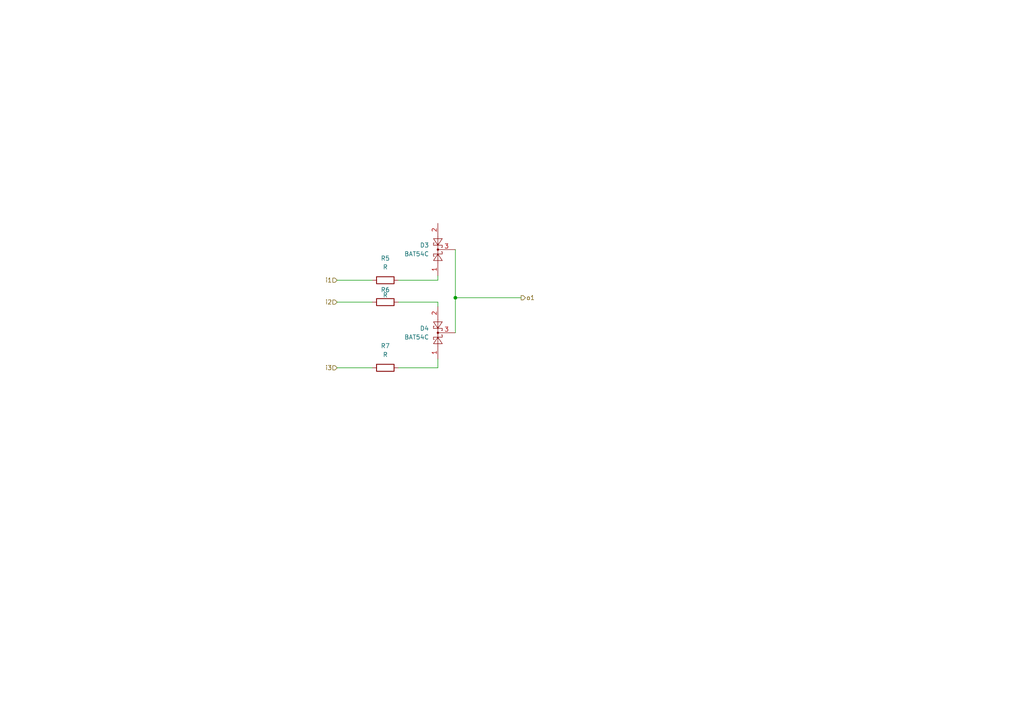
<source format=kicad_sch>
(kicad_sch (version 20231120) (generator "eeschema") (generator_version "8.0")
  (paper "A4")
  (lib_symbols
    (symbol "Device:R" (pin_numbers hide) (pin_names (offset 0))
      (property "Reference" "R" (at 2.032 0 90))
      (property "Value" "R" (at 0 0 90))
      (symbol "R_0_1"
        (rectangle (start -1.016 -2.54) (end 1.016 2.54) (stroke (width 0.254)))
      )
      (symbol "R_1_1"
        (pin passive line (at 0 3.81 270) (length 1.27) (name "~") (number "1"))
        (pin passive line (at 0 -3.81 90) (length 1.27) (name "~") (number "2"))
      )
    )
    (symbol "Diode:BAT54C" (pin_names (offset 1.016))
      (property "Reference" "D" (at 0.635 -3.81 0))
      (property "Value" "BAT54C" (at -6.35 3.175 0))
      (symbol "BAT54C_0_1"
        (polyline (pts (xy -1.905 0) (xy 1.905 0)))
        (polyline (pts (xy -1.905 1.27) (xy -1.905 1.016)))
        (polyline (pts (xy -1.27 -1.27) (xy -0.635 -1.27)))
        (polyline (pts (xy -1.27 0) (xy -3.81 0)))
        (polyline (pts (xy -1.27 1.27) (xy -1.905 1.27)))
        (polyline (pts (xy -1.27 1.27) (xy -1.27 -1.27)))
        (polyline (pts (xy -0.635 -1.27) (xy -0.635 -1.016)))
        (polyline (pts (xy 0.635 -1.27) (xy 0.635 -1.016)))
        (polyline (pts (xy 1.27 -1.27) (xy 0.635 -1.27)))
        (polyline (pts (xy 1.27 1.27) (xy 1.27 -1.27)))
        (polyline (pts (xy 1.27 1.27) (xy 1.905 1.27)))
        (polyline (pts (xy 1.905 1.27) (xy 1.905 1.016)))
        (polyline (pts (xy 3.81 0) (xy 1.27 0)))
        (polyline (pts (xy -3.175 -1.27) (xy -3.175 1.27) (xy -1.27 0) (xy -3.175 -1.27)))
        (polyline (pts (xy 3.175 -1.27) (xy 3.175 1.27) (xy 1.27 0) (xy 3.175 -1.27)))
        (circle (center 0 0) (radius 0.254) (fill (type outline)))
      )
      (symbol "BAT54C_1_1"
        (pin passive line (at -7.62 0 0) (length 3.81) (name "~") (number "1"))
        (pin passive line (at 7.62 0 180) (length 3.81) (name "~") (number "2"))
        (pin passive line (at 0 -5.08 90) (length 5.08) (name "~") (number "3"))
      )
    )
  )
  (junction (at 132.08 86.36))
  (wire (pts (xy 132.08 86.36) (xy 151.13 86.36)))
  (wire (pts (xy 115.57 81.28) (xy 127 81.28)))
  (wire (pts (xy 127 106.68) (xy 127 104.14)))
  (wire (pts (xy 132.08 86.36) (xy 132.08 96.52)))
  (wire (pts (xy 97.79 87.63) (xy 107.95 87.63)))
  (wire (pts (xy 127 87.63) (xy 127 88.9)))
  (wire (pts (xy 97.79 81.28) (xy 107.95 81.28)))
  (wire (pts (xy 127 81.28) (xy 127 80.01)))
  (wire (pts (xy 115.57 87.63) (xy 127 87.63)))
  (wire (pts (xy 132.08 72.39) (xy 132.08 86.36)))
  (wire (pts (xy 97.79 106.68) (xy 107.95 106.68)))
  (wire (pts (xy 115.57 106.68) (xy 127 106.68)))
  (hierarchical_label "i3" (shape input) (at 97.79 106.68 180))
  (hierarchical_label "o1" (shape output) (at 151.13 86.36 0))
  (hierarchical_label "i2" (shape input) (at 97.79 87.63 180))
  (hierarchical_label "i1" (shape input) (at 97.79 81.28 180))
  (symbol (lib_id "Device:R") (at 111.76 106.68 90) (unit 1)
    (property "Reference" "R7" (at 111.76 100.33 90))
    (property "Value" "R" (at 111.76 102.87 90))
    (property "Footprint" "Resistor_SMD:R_0603_1608Metric_Pad0.98x0.95mm_HandSolder" (effects (hide yes)))
    (property "Description" "Resistor" (effects (hide yes)))
    (instances (project "ledflash" (path "" (reference "R7") (unit 1)) (path "" (reference "R4") (unit 1))))
  )
  (symbol (lib_id "Device:R") (at 111.76 87.63 90) (unit 1)
    (property "Reference" "R6" (at 111.76 84.074 90))
    (property "Value" "R" (at 111.76 85.598 90))
    (property "Footprint" "Resistor_SMD:R_0603_1608Metric_Pad0.98x0.95mm_HandSolder" (effects (hide yes)))
    (property "Description" "Resistor" (effects (hide yes)))
    (instances (project "ledflash" (path "" (reference "R6") (unit 1)) (path "" (reference "R3") (unit 1))))
  )
  (symbol (lib_id "Diode:BAT54C") (at 127 96.52 90) (unit 1)
    (property "Reference" "D4" (at 124.46 95.2499 90) (effects (justify left)))
    (property "Value" "BAT54C" (at 124.46 97.7899 90) (effects (justify left)))
    (property "Footprint" "Package_TO_SOT_SMD:SOT-23" (effects (hide yes)))
    (property "Datasheet" "http://www.diodes.com/_files/datasheets/ds11005.pdf" (effects (hide yes)))
    (property "Description" "dual schottky barrier diode, common cathode" (effects (hide yes)))
    (instances (project "ledflash" (path "" (reference "D4") (unit 1)) (path "" (reference "D2") (unit 1))))
  )
  (symbol (lib_id "Device:R") (at 111.76 81.28 90) (unit 1)
    (property "Reference" "R5" (at 111.76 74.93 90))
    (property "Value" "R" (at 111.76 77.47 90))
    (property "Footprint" "Resistor_SMD:R_0603_1608Metric_Pad0.98x0.95mm_HandSolder" (effects (hide yes)))
    (property "Description" "Resistor" (effects (hide yes)))
    (instances (project "ledflash" (path "" (reference "R5") (unit 1)) (path "" (reference "R2") (unit 1))))
  )
  (symbol (lib_id "Diode:BAT54C") (at 127 72.39 90) (unit 1)
    (property "Reference" "D3" (at 124.46 71.1199 90) (effects (justify left)))
    (property "Value" "BAT54C" (at 124.46 73.6599 90) (effects (justify left)))
    (property "Footprint" "Package_TO_SOT_SMD:SOT-23" (effects (hide yes)))
    (property "Datasheet" "http://www.diodes.com/_files/datasheets/ds11005.pdf" (effects (hide yes)))
    (property "Description" "dual schottky barrier diode, common cathode" (effects (hide yes)))
    (instances (project "ledflash" (path "" (reference "D3") (unit 1)) (path "" (reference "D1") (unit 1))))
  )
)
</source>
